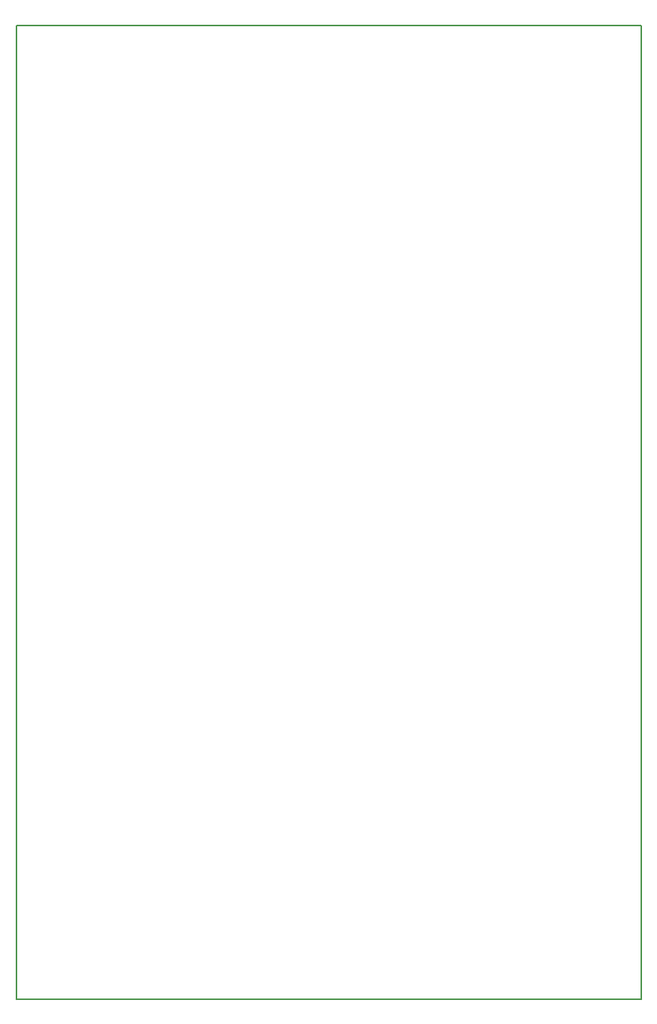
<source format=gbr>
%TF.GenerationSoftware,KiCad,Pcbnew,7.0.1-0*%
%TF.CreationDate,2024-01-26T10:09:15+13:00*%
%TF.ProjectId,MOL,4d4f4c2e-6b69-4636-9164-5f7063625858,rev?*%
%TF.SameCoordinates,Original*%
%TF.FileFunction,Profile,NP*%
%FSLAX46Y46*%
G04 Gerber Fmt 4.6, Leading zero omitted, Abs format (unit mm)*
G04 Created by KiCad (PCBNEW 7.0.1-0) date 2024-01-26 10:09:15*
%MOMM*%
%LPD*%
G01*
G04 APERTURE LIST*
%TA.AperFunction,Profile*%
%ADD10C,0.150000*%
%TD*%
G04 APERTURE END LIST*
D10*
X106290000Y-35150000D02*
X176900000Y-35150000D01*
X176900000Y-145050000D01*
X106290000Y-145050000D01*
X106290000Y-35150000D01*
M02*

</source>
